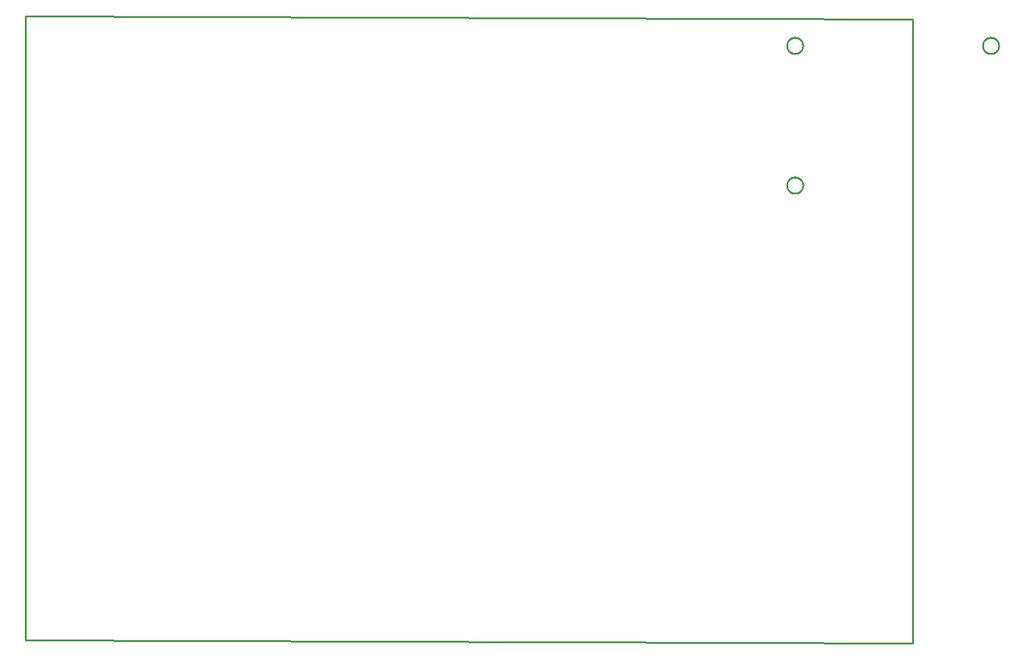
<source format=gbr>
G04 EAGLE Gerber RS-274X export*
G75*
%MOMM*%
%FSLAX34Y34*%
%LPD*%
%IN*%
%IPPOS*%
%AMOC8*
5,1,8,0,0,1.08239X$1,22.5*%
G01*
%ADD10C,0.254000*%


D10*
X0Y0D02*
X1208534Y-4318D01*
X1208534Y846482D01*
X0Y850800D01*
X0Y0D01*
X1059004Y619836D02*
X1058936Y618974D01*
X1058801Y618120D01*
X1058599Y617280D01*
X1058332Y616458D01*
X1058001Y615659D01*
X1057609Y614889D01*
X1057157Y614152D01*
X1056649Y613453D01*
X1056088Y612795D01*
X1055477Y612184D01*
X1054819Y611623D01*
X1054120Y611115D01*
X1053383Y610663D01*
X1052613Y610271D01*
X1051814Y609940D01*
X1050992Y609673D01*
X1050152Y609471D01*
X1049298Y609336D01*
X1048436Y609268D01*
X1047572Y609268D01*
X1046710Y609336D01*
X1045856Y609471D01*
X1045016Y609673D01*
X1044194Y609940D01*
X1043395Y610271D01*
X1042625Y610663D01*
X1041888Y611115D01*
X1041189Y611623D01*
X1040531Y612184D01*
X1039920Y612795D01*
X1039359Y613453D01*
X1038851Y614152D01*
X1038399Y614889D01*
X1038007Y615659D01*
X1037676Y616458D01*
X1037409Y617280D01*
X1037207Y618120D01*
X1037072Y618974D01*
X1037004Y619836D01*
X1037004Y620700D01*
X1037072Y621562D01*
X1037207Y622416D01*
X1037409Y623256D01*
X1037676Y624078D01*
X1038007Y624877D01*
X1038399Y625647D01*
X1038851Y626384D01*
X1039359Y627083D01*
X1039920Y627741D01*
X1040531Y628352D01*
X1041189Y628913D01*
X1041888Y629421D01*
X1042625Y629873D01*
X1043395Y630265D01*
X1044194Y630596D01*
X1045016Y630863D01*
X1045856Y631065D01*
X1046710Y631200D01*
X1047572Y631268D01*
X1048436Y631268D01*
X1049298Y631200D01*
X1050152Y631065D01*
X1050992Y630863D01*
X1051814Y630596D01*
X1052613Y630265D01*
X1053383Y629873D01*
X1054120Y629421D01*
X1054819Y628913D01*
X1055477Y628352D01*
X1056088Y627741D01*
X1056649Y627083D01*
X1057157Y626384D01*
X1057609Y625647D01*
X1058001Y624877D01*
X1058332Y624078D01*
X1058599Y623256D01*
X1058801Y622416D01*
X1058936Y621562D01*
X1059004Y620700D01*
X1059004Y619836D01*
X1059004Y810336D02*
X1058936Y809474D01*
X1058801Y808620D01*
X1058599Y807780D01*
X1058332Y806958D01*
X1058001Y806159D01*
X1057609Y805389D01*
X1057157Y804652D01*
X1056649Y803953D01*
X1056088Y803295D01*
X1055477Y802684D01*
X1054819Y802123D01*
X1054120Y801615D01*
X1053383Y801163D01*
X1052613Y800771D01*
X1051814Y800440D01*
X1050992Y800173D01*
X1050152Y799971D01*
X1049298Y799836D01*
X1048436Y799768D01*
X1047572Y799768D01*
X1046710Y799836D01*
X1045856Y799971D01*
X1045016Y800173D01*
X1044194Y800440D01*
X1043395Y800771D01*
X1042625Y801163D01*
X1041888Y801615D01*
X1041189Y802123D01*
X1040531Y802684D01*
X1039920Y803295D01*
X1039359Y803953D01*
X1038851Y804652D01*
X1038399Y805389D01*
X1038007Y806159D01*
X1037676Y806958D01*
X1037409Y807780D01*
X1037207Y808620D01*
X1037072Y809474D01*
X1037004Y810336D01*
X1037004Y811200D01*
X1037072Y812062D01*
X1037207Y812916D01*
X1037409Y813756D01*
X1037676Y814578D01*
X1038007Y815377D01*
X1038399Y816147D01*
X1038851Y816884D01*
X1039359Y817583D01*
X1039920Y818241D01*
X1040531Y818852D01*
X1041189Y819413D01*
X1041888Y819921D01*
X1042625Y820373D01*
X1043395Y820765D01*
X1044194Y821096D01*
X1045016Y821363D01*
X1045856Y821565D01*
X1046710Y821700D01*
X1047572Y821768D01*
X1048436Y821768D01*
X1049298Y821700D01*
X1050152Y821565D01*
X1050992Y821363D01*
X1051814Y821096D01*
X1052613Y820765D01*
X1053383Y820373D01*
X1054120Y819921D01*
X1054819Y819413D01*
X1055477Y818852D01*
X1056088Y818241D01*
X1056649Y817583D01*
X1057157Y816884D01*
X1057609Y816147D01*
X1058001Y815377D01*
X1058332Y814578D01*
X1058599Y813756D01*
X1058801Y812916D01*
X1058936Y812062D01*
X1059004Y811200D01*
X1059004Y810336D01*
X1325704Y810336D02*
X1325636Y809474D01*
X1325501Y808620D01*
X1325299Y807780D01*
X1325032Y806958D01*
X1324701Y806159D01*
X1324309Y805389D01*
X1323857Y804652D01*
X1323349Y803953D01*
X1322788Y803295D01*
X1322177Y802684D01*
X1321519Y802123D01*
X1320820Y801615D01*
X1320083Y801163D01*
X1319313Y800771D01*
X1318514Y800440D01*
X1317692Y800173D01*
X1316852Y799971D01*
X1315998Y799836D01*
X1315136Y799768D01*
X1314272Y799768D01*
X1313410Y799836D01*
X1312556Y799971D01*
X1311716Y800173D01*
X1310894Y800440D01*
X1310095Y800771D01*
X1309325Y801163D01*
X1308588Y801615D01*
X1307889Y802123D01*
X1307231Y802684D01*
X1306620Y803295D01*
X1306059Y803953D01*
X1305551Y804652D01*
X1305099Y805389D01*
X1304707Y806159D01*
X1304376Y806958D01*
X1304109Y807780D01*
X1303907Y808620D01*
X1303772Y809474D01*
X1303704Y810336D01*
X1303704Y811200D01*
X1303772Y812062D01*
X1303907Y812916D01*
X1304109Y813756D01*
X1304376Y814578D01*
X1304707Y815377D01*
X1305099Y816147D01*
X1305551Y816884D01*
X1306059Y817583D01*
X1306620Y818241D01*
X1307231Y818852D01*
X1307889Y819413D01*
X1308588Y819921D01*
X1309325Y820373D01*
X1310095Y820765D01*
X1310894Y821096D01*
X1311716Y821363D01*
X1312556Y821565D01*
X1313410Y821700D01*
X1314272Y821768D01*
X1315136Y821768D01*
X1315998Y821700D01*
X1316852Y821565D01*
X1317692Y821363D01*
X1318514Y821096D01*
X1319313Y820765D01*
X1320083Y820373D01*
X1320820Y819921D01*
X1321519Y819413D01*
X1322177Y818852D01*
X1322788Y818241D01*
X1323349Y817583D01*
X1323857Y816884D01*
X1324309Y816147D01*
X1324701Y815377D01*
X1325032Y814578D01*
X1325299Y813756D01*
X1325501Y812916D01*
X1325636Y812062D01*
X1325704Y811200D01*
X1325704Y810336D01*
M02*

</source>
